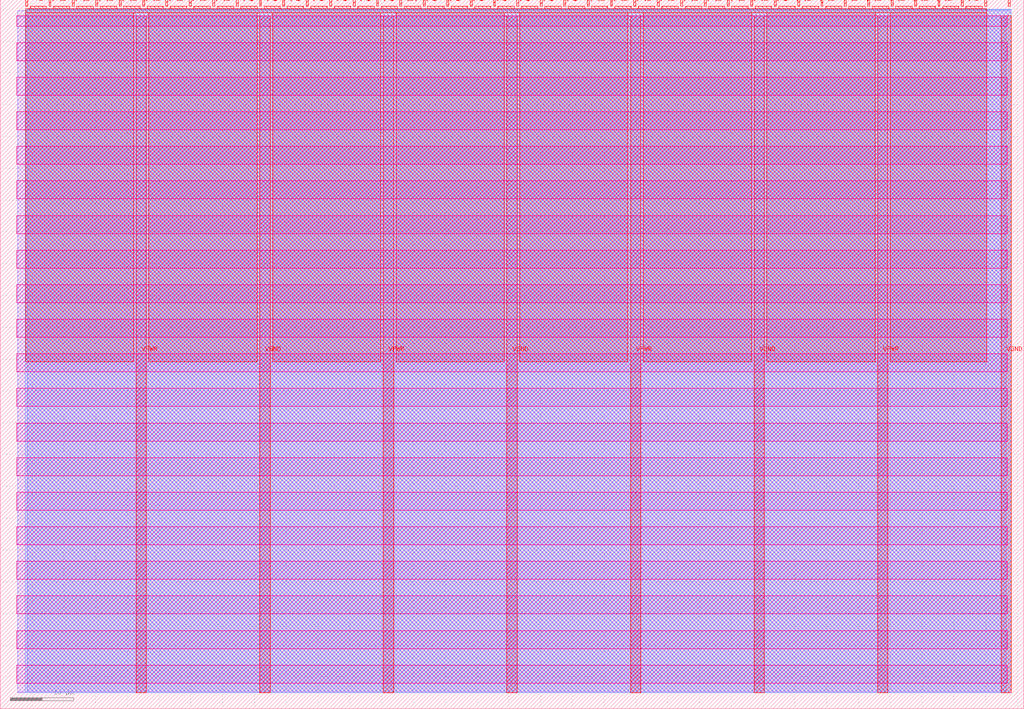
<source format=lef>
VERSION 5.7 ;
  NOWIREEXTENSIONATPIN ON ;
  DIVIDERCHAR "/" ;
  BUSBITCHARS "[]" ;
MACRO tt_um_qubitbytes_alive
  CLASS BLOCK ;
  FOREIGN tt_um_qubitbytes_alive ;
  ORIGIN 0.000 0.000 ;
  SIZE 161.000 BY 111.520 ;
  PIN VGND
    DIRECTION INOUT ;
    USE GROUND ;
    PORT
      LAYER met4 ;
        RECT 40.830 2.480 42.430 109.040 ;
    END
    PORT
      LAYER met4 ;
        RECT 79.700 2.480 81.300 109.040 ;
    END
    PORT
      LAYER met4 ;
        RECT 118.570 2.480 120.170 109.040 ;
    END
    PORT
      LAYER met4 ;
        RECT 157.440 2.480 159.040 109.040 ;
    END
  END VGND
  PIN VPWR
    DIRECTION INOUT ;
    USE POWER ;
    PORT
      LAYER met4 ;
        RECT 21.395 2.480 22.995 109.040 ;
    END
    PORT
      LAYER met4 ;
        RECT 60.265 2.480 61.865 109.040 ;
    END
    PORT
      LAYER met4 ;
        RECT 99.135 2.480 100.735 109.040 ;
    END
    PORT
      LAYER met4 ;
        RECT 138.005 2.480 139.605 109.040 ;
    END
  END VPWR
  PIN clk
    DIRECTION INPUT ;
    USE SIGNAL ;
    ANTENNAGATEAREA 0.852000 ;
    PORT
      LAYER met4 ;
        RECT 154.870 110.520 155.170 111.520 ;
    END
  END clk
  PIN ena
    DIRECTION INPUT ;
    USE SIGNAL ;
    PORT
      LAYER met4 ;
        RECT 158.550 110.520 158.850 111.520 ;
    END
  END ena
  PIN rst_n
    DIRECTION INPUT ;
    USE SIGNAL ;
    ANTENNAGATEAREA 0.213000 ;
    PORT
      LAYER met4 ;
        RECT 151.190 110.520 151.490 111.520 ;
    END
  END rst_n
  PIN ui_in[0]
    DIRECTION INPUT ;
    USE SIGNAL ;
    PORT
      LAYER met4 ;
        RECT 147.510 110.520 147.810 111.520 ;
    END
  END ui_in[0]
  PIN ui_in[1]
    DIRECTION INPUT ;
    USE SIGNAL ;
    PORT
      LAYER met4 ;
        RECT 143.830 110.520 144.130 111.520 ;
    END
  END ui_in[1]
  PIN ui_in[2]
    DIRECTION INPUT ;
    USE SIGNAL ;
    PORT
      LAYER met4 ;
        RECT 140.150 110.520 140.450 111.520 ;
    END
  END ui_in[2]
  PIN ui_in[3]
    DIRECTION INPUT ;
    USE SIGNAL ;
    PORT
      LAYER met4 ;
        RECT 136.470 110.520 136.770 111.520 ;
    END
  END ui_in[3]
  PIN ui_in[4]
    DIRECTION INPUT ;
    USE SIGNAL ;
    PORT
      LAYER met4 ;
        RECT 132.790 110.520 133.090 111.520 ;
    END
  END ui_in[4]
  PIN ui_in[5]
    DIRECTION INPUT ;
    USE SIGNAL ;
    PORT
      LAYER met4 ;
        RECT 129.110 110.520 129.410 111.520 ;
    END
  END ui_in[5]
  PIN ui_in[6]
    DIRECTION INPUT ;
    USE SIGNAL ;
    PORT
      LAYER met4 ;
        RECT 125.430 110.520 125.730 111.520 ;
    END
  END ui_in[6]
  PIN ui_in[7]
    DIRECTION INPUT ;
    USE SIGNAL ;
    PORT
      LAYER met4 ;
        RECT 121.750 110.520 122.050 111.520 ;
    END
  END ui_in[7]
  PIN uio_in[0]
    DIRECTION INPUT ;
    USE SIGNAL ;
    PORT
      LAYER met4 ;
        RECT 118.070 110.520 118.370 111.520 ;
    END
  END uio_in[0]
  PIN uio_in[1]
    DIRECTION INPUT ;
    USE SIGNAL ;
    PORT
      LAYER met4 ;
        RECT 114.390 110.520 114.690 111.520 ;
    END
  END uio_in[1]
  PIN uio_in[2]
    DIRECTION INPUT ;
    USE SIGNAL ;
    PORT
      LAYER met4 ;
        RECT 110.710 110.520 111.010 111.520 ;
    END
  END uio_in[2]
  PIN uio_in[3]
    DIRECTION INPUT ;
    USE SIGNAL ;
    PORT
      LAYER met4 ;
        RECT 107.030 110.520 107.330 111.520 ;
    END
  END uio_in[3]
  PIN uio_in[4]
    DIRECTION INPUT ;
    USE SIGNAL ;
    PORT
      LAYER met4 ;
        RECT 103.350 110.520 103.650 111.520 ;
    END
  END uio_in[4]
  PIN uio_in[5]
    DIRECTION INPUT ;
    USE SIGNAL ;
    PORT
      LAYER met4 ;
        RECT 99.670 110.520 99.970 111.520 ;
    END
  END uio_in[5]
  PIN uio_in[6]
    DIRECTION INPUT ;
    USE SIGNAL ;
    PORT
      LAYER met4 ;
        RECT 95.990 110.520 96.290 111.520 ;
    END
  END uio_in[6]
  PIN uio_in[7]
    DIRECTION INPUT ;
    USE SIGNAL ;
    PORT
      LAYER met4 ;
        RECT 92.310 110.520 92.610 111.520 ;
    END
  END uio_in[7]
  PIN uio_oe[0]
    DIRECTION OUTPUT TRISTATE ;
    USE SIGNAL ;
    PORT
      LAYER met4 ;
        RECT 29.750 110.520 30.050 111.520 ;
    END
  END uio_oe[0]
  PIN uio_oe[1]
    DIRECTION OUTPUT TRISTATE ;
    USE SIGNAL ;
    PORT
      LAYER met4 ;
        RECT 26.070 110.520 26.370 111.520 ;
    END
  END uio_oe[1]
  PIN uio_oe[2]
    DIRECTION OUTPUT TRISTATE ;
    USE SIGNAL ;
    PORT
      LAYER met4 ;
        RECT 22.390 110.520 22.690 111.520 ;
    END
  END uio_oe[2]
  PIN uio_oe[3]
    DIRECTION OUTPUT TRISTATE ;
    USE SIGNAL ;
    PORT
      LAYER met4 ;
        RECT 18.710 110.520 19.010 111.520 ;
    END
  END uio_oe[3]
  PIN uio_oe[4]
    DIRECTION OUTPUT TRISTATE ;
    USE SIGNAL ;
    PORT
      LAYER met4 ;
        RECT 15.030 110.520 15.330 111.520 ;
    END
  END uio_oe[4]
  PIN uio_oe[5]
    DIRECTION OUTPUT TRISTATE ;
    USE SIGNAL ;
    PORT
      LAYER met4 ;
        RECT 11.350 110.520 11.650 111.520 ;
    END
  END uio_oe[5]
  PIN uio_oe[6]
    DIRECTION OUTPUT TRISTATE ;
    USE SIGNAL ;
    PORT
      LAYER met4 ;
        RECT 7.670 110.520 7.970 111.520 ;
    END
  END uio_oe[6]
  PIN uio_oe[7]
    DIRECTION OUTPUT TRISTATE ;
    USE SIGNAL ;
    PORT
      LAYER met4 ;
        RECT 3.990 110.520 4.290 111.520 ;
    END
  END uio_oe[7]
  PIN uio_out[0]
    DIRECTION OUTPUT TRISTATE ;
    USE SIGNAL ;
    ANTENNADIFFAREA 0.795200 ;
    PORT
      LAYER met4 ;
        RECT 59.190 110.520 59.490 111.520 ;
    END
  END uio_out[0]
  PIN uio_out[1]
    DIRECTION OUTPUT TRISTATE ;
    USE SIGNAL ;
    PORT
      LAYER met4 ;
        RECT 55.510 110.520 55.810 111.520 ;
    END
  END uio_out[1]
  PIN uio_out[2]
    DIRECTION OUTPUT TRISTATE ;
    USE SIGNAL ;
    PORT
      LAYER met4 ;
        RECT 51.830 110.520 52.130 111.520 ;
    END
  END uio_out[2]
  PIN uio_out[3]
    DIRECTION OUTPUT TRISTATE ;
    USE SIGNAL ;
    PORT
      LAYER met4 ;
        RECT 48.150 110.520 48.450 111.520 ;
    END
  END uio_out[3]
  PIN uio_out[4]
    DIRECTION OUTPUT TRISTATE ;
    USE SIGNAL ;
    PORT
      LAYER met4 ;
        RECT 44.470 110.520 44.770 111.520 ;
    END
  END uio_out[4]
  PIN uio_out[5]
    DIRECTION OUTPUT TRISTATE ;
    USE SIGNAL ;
    PORT
      LAYER met4 ;
        RECT 40.790 110.520 41.090 111.520 ;
    END
  END uio_out[5]
  PIN uio_out[6]
    DIRECTION OUTPUT TRISTATE ;
    USE SIGNAL ;
    PORT
      LAYER met4 ;
        RECT 37.110 110.520 37.410 111.520 ;
    END
  END uio_out[6]
  PIN uio_out[7]
    DIRECTION OUTPUT TRISTATE ;
    USE SIGNAL ;
    PORT
      LAYER met4 ;
        RECT 33.430 110.520 33.730 111.520 ;
    END
  END uio_out[7]
  PIN uo_out[0]
    DIRECTION OUTPUT TRISTATE ;
    USE SIGNAL ;
    ANTENNADIFFAREA 0.891000 ;
    PORT
      LAYER met4 ;
        RECT 88.630 110.520 88.930 111.520 ;
    END
  END uo_out[0]
  PIN uo_out[1]
    DIRECTION OUTPUT TRISTATE ;
    USE SIGNAL ;
    ANTENNADIFFAREA 0.453750 ;
    PORT
      LAYER met4 ;
        RECT 84.950 110.520 85.250 111.520 ;
    END
  END uo_out[1]
  PIN uo_out[2]
    DIRECTION OUTPUT TRISTATE ;
    USE SIGNAL ;
    ANTENNADIFFAREA 0.445500 ;
    PORT
      LAYER met4 ;
        RECT 81.270 110.520 81.570 111.520 ;
    END
  END uo_out[2]
  PIN uo_out[3]
    DIRECTION OUTPUT TRISTATE ;
    USE SIGNAL ;
    ANTENNADIFFAREA 0.891000 ;
    PORT
      LAYER met4 ;
        RECT 77.590 110.520 77.890 111.520 ;
    END
  END uo_out[3]
  PIN uo_out[4]
    DIRECTION OUTPUT TRISTATE ;
    USE SIGNAL ;
    ANTENNADIFFAREA 0.911000 ;
    PORT
      LAYER met4 ;
        RECT 73.910 110.520 74.210 111.520 ;
    END
  END uo_out[4]
  PIN uo_out[5]
    DIRECTION OUTPUT TRISTATE ;
    USE SIGNAL ;
    ANTENNADIFFAREA 0.891000 ;
    PORT
      LAYER met4 ;
        RECT 70.230 110.520 70.530 111.520 ;
    END
  END uo_out[5]
  PIN uo_out[6]
    DIRECTION OUTPUT TRISTATE ;
    USE SIGNAL ;
    ANTENNADIFFAREA 0.891000 ;
    PORT
      LAYER met4 ;
        RECT 66.550 110.520 66.850 111.520 ;
    END
  END uo_out[6]
  PIN uo_out[7]
    DIRECTION OUTPUT TRISTATE ;
    USE SIGNAL ;
    ANTENNADIFFAREA 0.795200 ;
    PORT
      LAYER met4 ;
        RECT 62.870 110.520 63.170 111.520 ;
    END
  END uo_out[7]
  OBS
      LAYER nwell ;
        RECT 2.570 107.385 158.430 108.990 ;
        RECT 2.570 101.945 158.430 104.775 ;
        RECT 2.570 96.505 158.430 99.335 ;
        RECT 2.570 91.065 158.430 93.895 ;
        RECT 2.570 85.625 158.430 88.455 ;
        RECT 2.570 80.185 158.430 83.015 ;
        RECT 2.570 74.745 158.430 77.575 ;
        RECT 2.570 69.305 158.430 72.135 ;
        RECT 2.570 63.865 158.430 66.695 ;
        RECT 2.570 58.425 158.430 61.255 ;
        RECT 2.570 52.985 158.430 55.815 ;
        RECT 2.570 47.545 158.430 50.375 ;
        RECT 2.570 42.105 158.430 44.935 ;
        RECT 2.570 36.665 158.430 39.495 ;
        RECT 2.570 31.225 158.430 34.055 ;
        RECT 2.570 25.785 158.430 28.615 ;
        RECT 2.570 20.345 158.430 23.175 ;
        RECT 2.570 14.905 158.430 17.735 ;
        RECT 2.570 9.465 158.430 12.295 ;
        RECT 2.570 4.025 158.430 6.855 ;
      LAYER li1 ;
        RECT 2.760 2.635 158.240 108.885 ;
      LAYER met1 ;
        RECT 2.760 2.480 159.040 109.780 ;
      LAYER met2 ;
        RECT 4.230 2.535 159.010 110.005 ;
      LAYER met3 ;
        RECT 3.950 2.555 159.030 109.985 ;
      LAYER met4 ;
        RECT 4.690 110.120 7.270 110.520 ;
        RECT 8.370 110.120 10.950 110.520 ;
        RECT 12.050 110.120 14.630 110.520 ;
        RECT 15.730 110.120 18.310 110.520 ;
        RECT 19.410 110.120 21.990 110.520 ;
        RECT 23.090 110.120 25.670 110.520 ;
        RECT 26.770 110.120 29.350 110.520 ;
        RECT 30.450 110.120 33.030 110.520 ;
        RECT 34.130 110.120 36.710 110.520 ;
        RECT 37.810 110.120 40.390 110.520 ;
        RECT 41.490 110.120 44.070 110.520 ;
        RECT 45.170 110.120 47.750 110.520 ;
        RECT 48.850 110.120 51.430 110.520 ;
        RECT 52.530 110.120 55.110 110.520 ;
        RECT 56.210 110.120 58.790 110.520 ;
        RECT 59.890 110.120 62.470 110.520 ;
        RECT 63.570 110.120 66.150 110.520 ;
        RECT 67.250 110.120 69.830 110.520 ;
        RECT 70.930 110.120 73.510 110.520 ;
        RECT 74.610 110.120 77.190 110.520 ;
        RECT 78.290 110.120 80.870 110.520 ;
        RECT 81.970 110.120 84.550 110.520 ;
        RECT 85.650 110.120 88.230 110.520 ;
        RECT 89.330 110.120 91.910 110.520 ;
        RECT 93.010 110.120 95.590 110.520 ;
        RECT 96.690 110.120 99.270 110.520 ;
        RECT 100.370 110.120 102.950 110.520 ;
        RECT 104.050 110.120 106.630 110.520 ;
        RECT 107.730 110.120 110.310 110.520 ;
        RECT 111.410 110.120 113.990 110.520 ;
        RECT 115.090 110.120 117.670 110.520 ;
        RECT 118.770 110.120 121.350 110.520 ;
        RECT 122.450 110.120 125.030 110.520 ;
        RECT 126.130 110.120 128.710 110.520 ;
        RECT 129.810 110.120 132.390 110.520 ;
        RECT 133.490 110.120 136.070 110.520 ;
        RECT 137.170 110.120 139.750 110.520 ;
        RECT 140.850 110.120 143.430 110.520 ;
        RECT 144.530 110.120 147.110 110.520 ;
        RECT 148.210 110.120 150.790 110.520 ;
        RECT 151.890 110.120 154.470 110.520 ;
        RECT 3.975 109.440 155.185 110.120 ;
        RECT 3.975 54.575 20.995 109.440 ;
        RECT 23.395 54.575 40.430 109.440 ;
        RECT 42.830 54.575 59.865 109.440 ;
        RECT 62.265 54.575 79.300 109.440 ;
        RECT 81.700 54.575 98.735 109.440 ;
        RECT 101.135 54.575 118.170 109.440 ;
        RECT 120.570 54.575 137.605 109.440 ;
        RECT 140.005 54.575 155.185 109.440 ;
  END
END tt_um_qubitbytes_alive
END LIBRARY


</source>
